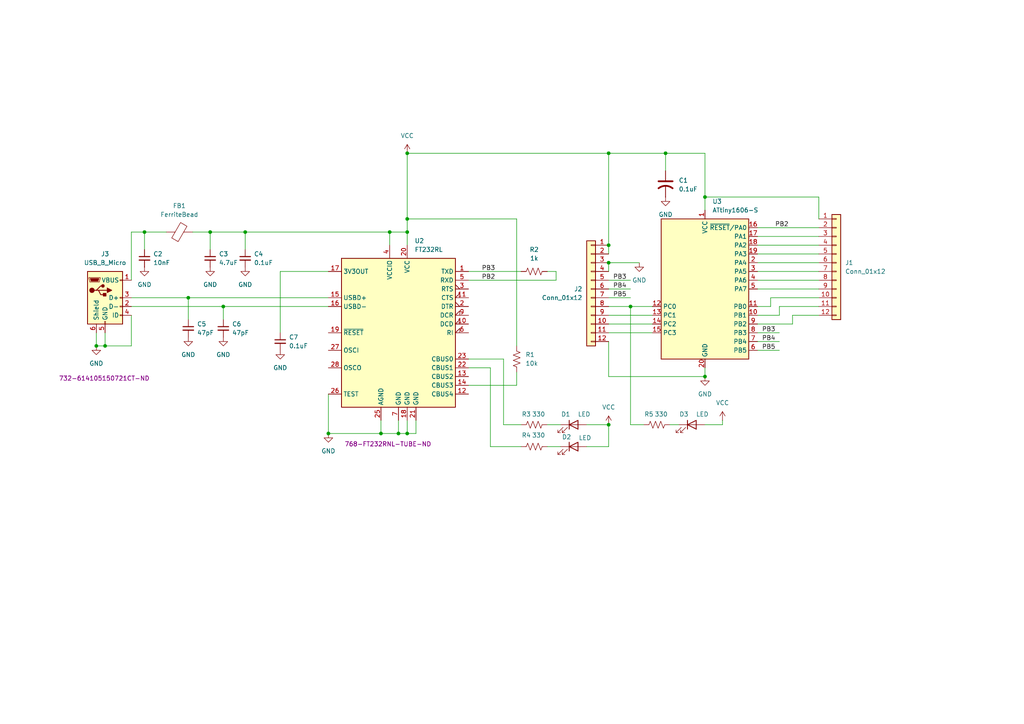
<source format=kicad_sch>
(kicad_sch (version 20250114) (generator "eeschema") (generator_version "9.0")
  (paper "A4")
  (lib_symbols
    (symbol "Connector:USB_B_Micro" (pin_names (offset 1.016))
      (property "Reference" "J" (at -5.08 11.43 0))
      (property "Value" "USB_B_Micro" (at -5.08 8.89 0))
      (symbol "USB_B_Micro_0_1"
        (rectangle (start -5.08 -7.62) (end 5.08 7.62) (stroke (width 0.254)) (fill (type background)))
        (polyline (pts (xy -4.699 5.842) (xy -4.699 5.588) (xy -4.445 4.826) (xy -4.445 4.572) (xy -1.651 4.572) (xy -1.651 4.826) (xy -1.397 5.588) (xy -1.397 5.842) (xy -4.699 5.842)))
        (polyline (pts (xy -4.318 5.588) (xy -1.778 5.588) (xy -2.032 4.826) (xy -4.064 4.826) (xy -4.318 5.588)) (fill (type outline)))
        (circle (center -3.81 2.159) (radius 0.635) (stroke (width 0.254)) (fill (type outline)))
        (polyline (pts (xy -3.175 2.159) (xy -2.54 2.159) (xy -1.27 3.429) (xy -0.635 3.429)) (stroke (width 0.254)))
        (polyline (pts (xy -2.54 2.159) (xy -1.905 2.159) (xy -1.27 0.889) (xy 0 0.889)) (stroke (width 0.254)))
        (polyline (pts (xy -1.905 2.159) (xy 0.635 2.159)) (stroke (width 0.254)))
        (circle (center -0.635 3.429) (radius 0.381) (stroke (width 0.254)) (fill (type outline)))
        (rectangle (start -0.127 -7.62) (end 0.127 -6.858))
        (rectangle (start 0.254 1.27) (end -0.508 0.508) (stroke (width 0.254)) (fill (type outline)))
        (polyline (pts (xy 0.635 2.794) (xy 0.635 1.524) (xy 1.905 2.159) (xy 0.635 2.794)) (stroke (width 0.254)) (fill (type outline)))
        (rectangle (start 5.08 4.953) (end 4.318 5.207))
        (rectangle (start 5.08 -0.127) (end 4.318 0.127))
        (rectangle (start 5.08 -2.667) (end 4.318 -2.413))
        (rectangle (start 5.08 -5.207) (end 4.318 -4.953))
      )
      (symbol "USB_B_Micro_1_1"
        (pin passive line (at -2.54 -10.16 90) (length 2.54) (name "Shield") (number "6"))
        (pin power_out line (at 0 -10.16 90) (length 2.54) (name "GND") (number "5"))
        (pin power_out line (at 7.62 5.08 180) (length 2.54) (name "VBUS") (number "1"))
        (pin bidirectional line (at 7.62 0 180) (length 2.54) (name "D+") (number "3"))
        (pin bidirectional line (at 7.62 -2.54 180) (length 2.54) (name "D-") (number "2"))
        (pin passive line (at 7.62 -5.08 180) (length 2.54) (name "ID") (number "4"))
      )
    )
    (symbol "Connector_Generic:Conn_01x12" (pin_names (offset 1.016) (hide yes))
      (property "Reference" "J" (at 0 15.24 0))
      (property "Value" "Conn_01x12" (at 0 -17.78 0))
      (symbol "Conn_01x12_1_1"
        (rectangle (start -1.27 13.97) (end 1.27 -16.51) (stroke (width 0.254)) (fill (type background)))
        (rectangle (start -1.27 12.827) (end 0 12.573) (stroke (width 0.1524)))
        (rectangle (start -1.27 10.287) (end 0 10.033) (stroke (width 0.1524)))
        (rectangle (start -1.27 7.747) (end 0 7.493) (stroke (width 0.1524)))
        (rectangle (start -1.27 5.207) (end 0 4.953) (stroke (width 0.1524)))
        (rectangle (start -1.27 2.667) (end 0 2.413) (stroke (width 0.1524)))
        (rectangle (start -1.27 0.127) (end 0 -0.127) (stroke (width 0.1524)))
        (rectangle (start -1.27 -2.413) (end 0 -2.667) (stroke (width 0.1524)))
        (rectangle (start -1.27 -4.953) (end 0 -5.207) (stroke (width 0.1524)))
        (rectangle (start -1.27 -7.493) (end 0 -7.747) (stroke (width 0.1524)))
        (rectangle (start -1.27 -10.033) (end 0 -10.287) (stroke (width 0.1524)))
        (rectangle (start -1.27 -12.573) (end 0 -12.827) (stroke (width 0.1524)))
        (rectangle (start -1.27 -15.113) (end 0 -15.367) (stroke (width 0.1524)))
        (pin passive line (at -5.08 12.7 0) (length 3.81) (name "Pin_1") (number "1"))
        (pin passive line (at -5.08 10.16 0) (length 3.81) (name "Pin_2") (number "2"))
        (pin passive line (at -5.08 7.62 0) (length 3.81) (name "Pin_3") (number "3"))
        (pin passive line (at -5.08 5.08 0) (length 3.81) (name "Pin_4") (number "4"))
        (pin passive line (at -5.08 2.54 0) (length 3.81) (name "Pin_5") (number "5"))
        (pin passive line (at -5.08 0 0) (length 3.81) (name "Pin_6") (number "6"))
        (pin passive line (at -5.08 -2.54 0) (length 3.81) (name "Pin_7") (number "7"))
        (pin passive line (at -5.08 -5.08 0) (length 3.81) (name "Pin_8") (number "8"))
        (pin passive line (at -5.08 -7.62 0) (length 3.81) (name "Pin_9") (number "9"))
        (pin passive line (at -5.08 -10.16 0) (length 3.81) (name "Pin_10") (number "10"))
        (pin passive line (at -5.08 -12.7 0) (length 3.81) (name "Pin_11") (number "11"))
        (pin passive line (at -5.08 -15.24 0) (length 3.81) (name "Pin_12") (number "12"))
      )
    )
    (symbol "Device:C_Small" (pin_numbers (hide yes)) (pin_names (offset 0.254) (hide yes))
      (property "Reference" "C" (at 0.254 1.778 0))
      (property "Value" "C_Small" (at 0.254 -2.032 0))
      (symbol "C_Small_0_1"
        (polyline (pts (xy -1.524 0.508) (xy 1.524 0.508)) (stroke (width 0.3048)))
        (polyline (pts (xy -1.524 -0.508) (xy 1.524 -0.508)) (stroke (width 0.3302)))
      )
      (symbol "C_Small_1_1"
        (pin passive line (at 0 2.54 270) (length 2.032) (name "~") (number "1"))
        (pin passive line (at 0 -2.54 90) (length 2.032) (name "~") (number "2"))
      )
    )
    (symbol "Device:C_US" (pin_numbers (hide yes)) (pin_names (offset 0.254) (hide yes))
      (property "Reference" "C" (at 0.635 2.54 0))
      (property "Value" "C_US" (at 0.635 -2.54 0))
      (symbol "C_US_0_1"
        (polyline (pts (xy -2.032 0.762) (xy 2.032 0.762)) (stroke (width 0.508)))
        (arc (start -2.032 -1.27) (mid 0 -0.5572) (end 2.032 -1.27) (stroke (width 0.508)))
      )
      (symbol "C_US_1_1"
        (pin passive line (at 0 3.81 270) (length 2.794) (name "~") (number "1"))
        (pin passive line (at 0 -3.81 90) (length 3.302) (name "~") (number "2"))
      )
    )
    (symbol "Device:FerriteBead" (pin_numbers (hide yes)) (pin_names (offset 0))
      (property "Reference" "FB" (at -3.81 0.635 90))
      (property "Value" "FerriteBead" (at 3.81 0 90))
      (symbol "FerriteBead_0_1"
        (polyline (pts (xy -2.7686 0.4064) (xy -1.7018 2.2606) (xy 2.7686 -0.3048) (xy 1.6764 -2.159) (xy -2.7686 0.4064)))
        (polyline (pts (xy 0 1.27) (xy 0 1.2954)))
        (polyline (pts (xy 0 -1.27) (xy 0 -1.2192)))
      )
      (symbol "FerriteBead_1_1"
        (pin passive line (at 0 3.81 270) (length 2.54) (name "~") (number "1"))
        (pin passive line (at 0 -3.81 90) (length 2.54) (name "~") (number "2"))
      )
    )
    (symbol "Device:LED" (pin_numbers (hide yes)) (pin_names (offset 1.016) (hide yes))
      (property "Reference" "D" (at 0 2.54 0))
      (property "Value" "LED" (at 0 -2.54 0))
      (symbol "LED_0_1"
        (polyline (pts (xy -3.048 -0.762) (xy -4.572 -2.286) (xy -3.81 -2.286) (xy -4.572 -2.286) (xy -4.572 -1.524)))
        (polyline (pts (xy -1.778 -0.762) (xy -3.302 -2.286) (xy -2.54 -2.286) (xy -3.302 -2.286) (xy -3.302 -1.524)))
        (polyline (pts (xy -1.27 0) (xy 1.27 0)))
        (polyline (pts (xy -1.27 -1.27) (xy -1.27 1.27)) (stroke (width 0.254)))
        (polyline (pts (xy 1.27 -1.27) (xy 1.27 1.27) (xy -1.27 0) (xy 1.27 -1.27)) (stroke (width 0.254)))
      )
      (symbol "LED_1_1"
        (pin passive line (at -3.81 0 0) (length 2.54) (name "K") (number "1"))
        (pin passive line (at 3.81 0 180) (length 2.54) (name "A") (number "2"))
      )
    )
    (symbol "Device:R_US" (pin_numbers (hide yes)) (pin_names (offset 0))
      (property "Reference" "R" (at 2.54 0 90))
      (property "Value" "R_US" (at -2.54 0 90))
      (symbol "R_US_0_1"
        (polyline (pts (xy 0 2.286) (xy 0 2.54)))
        (polyline (pts (xy 0 2.286) (xy 1.016 1.905) (xy 0 1.524) (xy -1.016 1.143) (xy 0 0.762)))
        (polyline (pts (xy 0 0.762) (xy 1.016 0.381) (xy 0 0) (xy -1.016 -0.381) (xy 0 -0.762)))
        (polyline (pts (xy 0 -0.762) (xy 1.016 -1.143) (xy 0 -1.524) (xy -1.016 -1.905) (xy 0 -2.286)))
        (polyline (pts (xy 0 -2.286) (xy 0 -2.54)))
      )
      (symbol "R_US_1_1"
        (pin passive line (at 0 3.81 270) (length 1.27) (name "~") (number "1"))
        (pin passive line (at 0 -3.81 90) (length 1.27) (name "~") (number "2"))
      )
    )
    (symbol "Interface_USB:FT232RL"
      (property "Reference" "U" (at -16.51 22.86 0))
      (property "Value" "FT232RL" (at 10.16 22.86 0))
      (symbol "FT232RL_0_1"
        (rectangle (start -16.51 21.59) (end 16.51 -21.59) (stroke (width 0.254)) (fill (type background)))
      )
      (symbol "FT232RL_1_1"
        (pin power_out line (at -20.32 17.78 0) (length 3.81) (name "3V3OUT") (number "17"))
        (pin bidirectional line (at -20.32 10.16 0) (length 3.81) (name "USBD+") (number "15"))
        (pin bidirectional line (at -20.32 7.62 0) (length 3.81) (name "USBD-") (number "16"))
        (pin input line (at -20.32 0 0) (length 3.81) (name "~{RESET}") (number "19"))
        (pin input line (at -20.32 -5.08 0) (length 3.81) (name "OSCI") (number "27"))
        (pin output line (at -20.32 -10.16 0) (length 3.81) (name "OSCO") (number "28"))
        (pin input line (at -20.32 -17.78 0) (length 3.81) (name "TEST") (number "26"))
        (pin power_in line (at -5.08 -25.4 90) (length 3.81) (name "AGND") (number "25"))
        (pin power_in line (at -2.54 25.4 270) (length 3.81) (name "VCCIO") (number "4"))
        (pin power_in line (at 0 -25.4 90) (length 3.81) (name "GND") (number "7"))
        (pin power_in line (at 2.54 25.4 270) (length 3.81) (name "VCC") (number "20"))
        (pin power_in line (at 2.54 -25.4 90) (length 3.81) (name "GND") (number "18"))
        (pin power_in line (at 5.08 -25.4 90) (length 3.81) (name "GND") (number "21"))
        (pin output line (at 20.32 17.78 180) (length 3.81) (name "TXD") (number "1"))
        (pin input line (at 20.32 15.24 180) (length 3.81) (name "RXD") (number "5"))
        (pin output output_low (at 20.32 12.7 180) (length 3.81) (name "RTS") (number "3"))
        (pin input input_low (at 20.32 10.16 180) (length 3.81) (name "CTS") (number "11"))
        (pin output output_low (at 20.32 7.62 180) (length 3.81) (name "DTR") (number "2"))
        (pin input input_low (at 20.32 5.08 180) (length 3.81) (name "DCR") (number "9"))
        (pin input input_low (at 20.32 2.54 180) (length 3.81) (name "DCD") (number "10"))
        (pin input input_low (at 20.32 0 180) (length 3.81) (name "RI") (number "6"))
        (pin bidirectional line (at 20.32 -7.62 180) (length 3.81) (name "CBUS0") (number "23"))
        (pin bidirectional line (at 20.32 -10.16 180) (length 3.81) (name "CBUS1") (number "22"))
        (pin bidirectional line (at 20.32 -12.7 180) (length 3.81) (name "CBUS2") (number "13"))
        (pin bidirectional line (at 20.32 -15.24 180) (length 3.81) (name "CBUS3") (number "14"))
        (pin bidirectional line (at 20.32 -17.78 180) (length 3.81) (name "CBUS4") (number "12"))
      )
    )
    (symbol "MCU_Microchip_ATtiny:ATtiny1606-S"
      (property "Reference" "U" (at -12.7 21.59 0))
      (property "Value" "ATtiny1606-S" (at 2.54 -21.59 0))
      (symbol "ATtiny1606-S_0_1"
        (rectangle (start -12.7 -20.32) (end 12.7 20.32) (stroke (width 0.254)) (fill (type background)))
      )
      (symbol "ATtiny1606-S_1_1"
        (pin bidirectional line (at -15.24 -5.08 0) (length 2.54) (name "PC0") (number "12"))
        (pin bidirectional line (at -15.24 -7.62 0) (length 2.54) (name "PC1") (number "13"))
        (pin bidirectional line (at -15.24 -10.16 0) (length 2.54) (name "PC2") (number "14"))
        (pin bidirectional line (at -15.24 -12.7 0) (length 2.54) (name "PC3") (number "15"))
        (pin power_in line (at 0 22.86 270) (length 2.54) (name "VCC") (number "1"))
        (pin power_in line (at 0 -22.86 90) (length 2.54) (name "GND") (number "20"))
        (pin bidirectional line (at 15.24 17.78 180) (length 2.54) (name "~{RESET}/PA0") (number "16"))
        (pin bidirectional line (at 15.24 15.24 180) (length 2.54) (name "PA1") (number "17"))
        (pin bidirectional line (at 15.24 12.7 180) (length 2.54) (name "PA2") (number "18"))
        (pin bidirectional line (at 15.24 10.16 180) (length 2.54) (name "PA3") (number "19"))
        (pin bidirectional line (at 15.24 7.62 180) (length 2.54) (name "PA4") (number "2"))
        (pin bidirectional line (at 15.24 5.08 180) (length 2.54) (name "PA5") (number "3"))
        (pin bidirectional line (at 15.24 2.54 180) (length 2.54) (name "PA6") (number "4"))
        (pin bidirectional line (at 15.24 0 180) (length 2.54) (name "PA7") (number "5"))
        (pin bidirectional line (at 15.24 -5.08 180) (length 2.54) (name "PB0") (number "11"))
        (pin bidirectional line (at 15.24 -7.62 180) (length 2.54) (name "PB1") (number "10"))
        (pin bidirectional line (at 15.24 -10.16 180) (length 2.54) (name "PB2") (number "9"))
        (pin bidirectional line (at 15.24 -12.7 180) (length 2.54) (name "PB3") (number "8"))
        (pin bidirectional line (at 15.24 -15.24 180) (length 2.54) (name "PB4") (number "7"))
        (pin bidirectional line (at 15.24 -17.78 180) (length 2.54) (name "PB5") (number "6"))
      )
    )
    (symbol "power:GND" (power) (pin_numbers (hide yes)) (pin_names (offset 0) (hide yes))
      (property "Value" "GND" (at 0 -3.81 0))
      (symbol "GND_0_1"
        (polyline (pts (xy 0 0) (xy 0 -1.27) (xy 1.27 -1.27) (xy 0 -2.54) (xy -1.27 -1.27) (xy 0 -1.27)))
      )
      (symbol "GND_1_1"
        (pin power_in line (at 0 0 270) (length 0) (name "~") (number "1"))
      )
    )
    (symbol "power:VCC" (power) (pin_numbers (hide yes)) (pin_names (offset 0) (hide yes))
      (property "Value" "VCC" (at 0 3.556 0))
      (symbol "VCC_0_1"
        (polyline (pts (xy -0.762 1.27) (xy 0 2.54)))
        (polyline (pts (xy 0 2.54) (xy 0.762 1.27)))
        (polyline (pts (xy 0 0) (xy 0 2.54)))
      )
      (symbol "VCC_1_1"
        (pin power_in line (at 0 0 90) (length 0) (name "~") (number "1"))
      )
    )
  )
  (junction (at 64.77 88.9))
  (junction (at 193.04 44.45))
  (junction (at 204.47 57.15))
  (junction (at 118.11 125.73))
  (junction (at 27.94 100.33))
  (junction (at 176.53 71.12))
  (junction (at 41.91 67.31))
  (junction (at 118.11 67.31))
  (junction (at 115.57 125.73))
  (junction (at 176.53 44.45))
  (junction (at 60.96 67.31))
  (junction (at 54.61 86.36))
  (junction (at 176.53 76.2))
  (junction (at 113.03 67.31))
  (junction (at 118.11 63.5))
  (junction (at 118.11 44.45))
  (junction (at 182.88 88.9))
  (junction (at 204.47 109.22))
  (junction (at 71.12 67.31))
  (junction (at 95.25 125.73))
  (junction (at 110.49 125.73))
  (junction (at 30.48 100.33))
  (junction (at 176.53 123.19))
  (wire (pts (xy 54.61 86.36) (xy 95.25 86.36)))
  (wire (pts (xy 81.28 96.52) (xy 81.28 78.74)))
  (wire (pts (xy 219.71 93.98) (xy 229.87 93.98)))
  (wire (pts (xy 170.18 129.54) (xy 176.53 129.54)))
  (wire (pts (xy 118.11 121.92) (xy 118.11 125.73)))
  (wire (pts (xy 113.03 67.31) (xy 113.03 71.12)))
  (wire (pts (xy 115.57 125.73) (xy 118.11 125.73)))
  (wire (pts (xy 55.88 67.31) (xy 60.96 67.31)))
  (wire (pts (xy 95.25 114.3) (xy 95.25 125.73)))
  (wire (pts (xy 219.71 88.9) (xy 223.52 88.9)))
  (wire (pts (xy 113.03 67.31) (xy 118.11 67.31)))
  (wire (pts (xy 161.29 78.74) (xy 161.29 81.28)))
  (wire (pts (xy 120.65 125.73) (xy 120.65 121.92)))
  (wire (pts (xy 38.1 100.33) (xy 30.48 100.33)))
  (wire (pts (xy 158.75 129.54) (xy 162.56 129.54)))
  (wire (pts (xy 64.77 88.9) (xy 64.77 92.71)))
  (wire (pts (xy 71.12 67.31) (xy 113.03 67.31)))
  (wire (pts (xy 176.53 71.12) (xy 176.53 44.45)))
  (wire (pts (xy 27.94 100.33) (xy 30.48 100.33)))
  (wire (pts (xy 176.53 44.45) (xy 193.04 44.45)))
  (wire (pts (xy 209.55 121.92) (xy 209.55 123.19)))
  (wire (pts (xy 60.96 67.31) (xy 60.96 72.39)))
  (wire (pts (xy 176.53 73.66) (xy 176.53 71.12)))
  (wire (pts (xy 41.91 72.39) (xy 41.91 67.31)))
  (wire (pts (xy 226.06 88.9) (xy 237.49 88.9)))
  (wire (pts (xy 118.11 63.5) (xy 118.11 67.31)))
  (wire (pts (xy 204.47 44.45) (xy 204.47 57.15)))
  (wire (pts (xy 194.31 123.19) (xy 196.85 123.19)))
  (wire (pts (xy 219.71 78.74) (xy 237.49 78.74)))
  (wire (pts (xy 204.47 123.19) (xy 209.55 123.19)))
  (wire (pts (xy 176.53 88.9) (xy 182.88 88.9)))
  (wire (pts (xy 142.24 129.54) (xy 151.13 129.54)))
  (wire (pts (xy 219.71 101.6) (xy 226.06 101.6)))
  (wire (pts (xy 135.89 104.14) (xy 146.05 104.14)))
  (wire (pts (xy 186.69 123.19) (xy 182.88 123.19)))
  (wire (pts (xy 204.47 109.22) (xy 204.47 106.68)))
  (wire (pts (xy 118.11 125.73) (xy 120.65 125.73)))
  (wire (pts (xy 27.94 96.52) (xy 27.94 100.33)))
  (wire (pts (xy 149.86 107.95) (xy 149.86 111.76)))
  (wire (pts (xy 176.53 96.52) (xy 189.23 96.52)))
  (wire (pts (xy 176.53 81.28) (xy 182.88 81.28)))
  (wire (pts (xy 95.25 125.73) (xy 110.49 125.73)))
  (wire (pts (xy 219.71 99.06) (xy 226.06 99.06)))
  (wire (pts (xy 135.89 81.28) (xy 161.29 81.28)))
  (wire (pts (xy 176.53 76.2) (xy 185.42 76.2)))
  (wire (pts (xy 176.53 83.82) (xy 182.88 83.82)))
  (wire (pts (xy 182.88 123.19) (xy 182.88 88.9)))
  (wire (pts (xy 219.71 96.52) (xy 226.06 96.52)))
  (wire (pts (xy 135.89 78.74) (xy 151.13 78.74)))
  (wire (pts (xy 219.71 81.28) (xy 237.49 81.28)))
  (wire (pts (xy 135.89 106.68) (xy 142.24 106.68)))
  (wire (pts (xy 110.49 121.92) (xy 110.49 125.73)))
  (wire (pts (xy 71.12 67.31) (xy 71.12 72.39)))
  (wire (pts (xy 41.91 67.31) (xy 48.26 67.31)))
  (wire (pts (xy 226.06 91.44) (xy 226.06 88.9)))
  (wire (pts (xy 237.49 57.15) (xy 237.49 63.5)))
  (wire (pts (xy 146.05 123.19) (xy 151.13 123.19)))
  (wire (pts (xy 38.1 67.31) (xy 41.91 67.31)))
  (wire (pts (xy 176.53 93.98) (xy 189.23 93.98)))
  (wire (pts (xy 38.1 88.9) (xy 64.77 88.9)))
  (wire (pts (xy 219.71 66.04) (xy 237.49 66.04)))
  (wire (pts (xy 219.71 91.44) (xy 226.06 91.44)))
  (wire (pts (xy 176.53 123.19) (xy 170.18 123.19)))
  (wire (pts (xy 110.49 125.73) (xy 115.57 125.73)))
  (wire (pts (xy 176.53 91.44) (xy 189.23 91.44)))
  (wire (pts (xy 146.05 104.14) (xy 146.05 123.19)))
  (wire (pts (xy 38.1 81.28) (xy 38.1 67.31)))
  (wire (pts (xy 229.87 93.98) (xy 229.87 91.44)))
  (wire (pts (xy 115.57 121.92) (xy 115.57 125.73)))
  (wire (pts (xy 176.53 86.36) (xy 182.88 86.36)))
  (wire (pts (xy 135.89 111.76) (xy 149.86 111.76)))
  (wire (pts (xy 149.86 100.33) (xy 149.86 63.5)))
  (wire (pts (xy 64.77 88.9) (xy 95.25 88.9)))
  (wire (pts (xy 38.1 86.36) (xy 54.61 86.36)))
  (wire (pts (xy 193.04 44.45) (xy 204.47 44.45)))
  (wire (pts (xy 176.53 99.06) (xy 176.53 109.22)))
  (wire (pts (xy 54.61 86.36) (xy 54.61 92.71)))
  (wire (pts (xy 219.71 71.12) (xy 237.49 71.12)))
  (wire (pts (xy 193.04 49.53) (xy 193.04 44.45)))
  (wire (pts (xy 176.53 109.22) (xy 204.47 109.22)))
  (wire (pts (xy 158.75 78.74) (xy 161.29 78.74)))
  (wire (pts (xy 229.87 91.44) (xy 237.49 91.44)))
  (wire (pts (xy 60.96 67.31) (xy 71.12 67.31)))
  (wire (pts (xy 176.53 78.74) (xy 176.53 76.2)))
  (wire (pts (xy 81.28 78.74) (xy 95.25 78.74)))
  (wire (pts (xy 158.75 123.19) (xy 162.56 123.19)))
  (wire (pts (xy 219.71 76.2) (xy 237.49 76.2)))
  (wire (pts (xy 223.52 88.9) (xy 223.52 86.36)))
  (wire (pts (xy 219.71 68.58) (xy 237.49 68.58)))
  (wire (pts (xy 118.11 44.45) (xy 118.11 63.5)))
  (wire (pts (xy 142.24 106.68) (xy 142.24 129.54)))
  (wire (pts (xy 118.11 71.12) (xy 118.11 67.31)))
  (wire (pts (xy 219.71 83.82) (xy 237.49 83.82)))
  (wire (pts (xy 30.48 100.33) (xy 30.48 96.52)))
  (wire (pts (xy 204.47 57.15) (xy 204.47 60.96)))
  (wire (pts (xy 237.49 57.15) (xy 204.47 57.15)))
  (wire (pts (xy 176.53 129.54) (xy 176.53 123.19)))
  (wire (pts (xy 182.88 88.9) (xy 189.23 88.9)))
  (wire (pts (xy 149.86 63.5) (xy 118.11 63.5)))
  (wire (pts (xy 176.53 44.45) (xy 118.11 44.45)))
  (wire (pts (xy 223.52 86.36) (xy 237.49 86.36)))
  (wire (pts (xy 38.1 91.44) (xy 38.1 100.33)))
  (wire (pts (xy 219.71 73.66) (xy 237.49 73.66)))
  (label "PB4" (at 177.8 83.82 0))
  (label "PB4" (at 220.98 99.06 0))
  (label "PB5" (at 177.8 86.36 0))
  (label "PB2" (at 224.79 66.04 0))
  (label "PB5" (at 220.98 101.6 0))
  (label "PB3" (at 139.7 78.74 0))
  (label "PB3" (at 177.8 81.28 0))
  (label "PB2" (at 139.7 81.28 0))
  (label "PB3" (at 220.98 96.52 0))
  (symbol (lib_id "Connector_Generic:Conn_01x12") (at 171.45 83.82 0) (mirror y) (unit 1)
    (property "Reference" "J2" (at 168.91 83.8199 0) (effects (justify left)))
    (property "Value" "Conn_01x12" (at 168.91 86.3599 0) (effects (justify left)))
    (property "Footprint" "Connector_PinHeader_2.54mm:PinHeader_1x12_P2.54mm_Vertical" (effects (hide yes)))
    (property "Description" "Generic connector, single row, 01x12, script generated (kicad-library-utils/schlib/autogen/connector/)" (effects (hide yes)))
  )
  (symbol (lib_id "Device:C_Small") (at 60.96 74.93 0) (unit 1)
    (property "Reference" "C3" (at 63.5 73.6662 0) (effects (justify left)))
    (property "Value" "4.7uF" (at 63.5 76.2062 0) (effects (justify left)))
    (property "Footprint" "Capacitor_SMD:C_0603_1608Metric_Pad1.08x0.95mm_HandSolder" (effects (hide yes)))
    (property "Description" "Unpolarized capacitor, small symbol" (effects (hide yes)))
  )
  (symbol (lib_id "Device:FerriteBead") (at 52.07 67.31 90) (unit 1)
    (property "Reference" "FB1" (at 52.0192 59.69 90))
    (property "Value" "FerriteBead" (at 52.0192 62.23 90))
    (property "Footprint" "Inductor_SMD:L_0603_1608Metric_Pad1.05x0.95mm_HandSolder" (effects (hide yes)))
    (property "Description" "Ferrite bead" (effects (hide yes)))
  )
  (symbol (lib_id "Device:R_US") (at 190.5 123.19 90) (unit 1)
    (property "Reference" "R5" (at 188.214 120.142 90))
    (property "Value" "330" (at 191.77 120.142 90))
    (property "Footprint" "Resistor_SMD:R_0603_1608Metric_Pad0.98x0.95mm_HandSolder" (effects (hide yes)))
    (property "Description" "Resistor, US symbol" (effects (hide yes)))
  )
  (symbol (lib_id "Device:C_Small") (at 64.77 95.25 0) (unit 1)
    (property "Reference" "C6" (at 67.31 93.9862 0) (effects (justify left)))
    (property "Value" "47pF" (at 67.31 96.5262 0) (effects (justify left)))
    (property "Footprint" "Capacitor_SMD:C_0603_1608Metric_Pad1.08x0.95mm_HandSolder" (effects (hide yes)))
    (property "Description" "Unpolarized capacitor, small symbol" (effects (hide yes)))
  )
  (symbol (lib_id "power:VCC") (at 118.11 44.45 0) (unit 1)
    (property "Reference" "#PWR012" (effects (hide yes)))
    (property "Value" "VCC" (at 118.11 39.37 0))
    (property "Description" "Power symbol creates a global label with name \"VCC\"" (effects (hide yes)))
  )
  (symbol (lib_id "power:GND") (at 60.96 77.47 0) (unit 1)
    (property "Reference" "#PWR07" (effects (hide yes)))
    (property "Value" "GND" (at 60.96 82.55 0))
    (property "Description" "Power symbol creates a global label with name \"GND\" , ground" (effects (hide yes)))
  )
  (symbol (lib_id "Device:R_US") (at 154.94 129.54 90) (unit 1)
    (property "Reference" "R4" (at 152.654 126.238 90))
    (property "Value" "330" (at 156.21 126.238 90))
    (property "Footprint" "Resistor_SMD:R_0603_1608Metric_Pad0.98x0.95mm_HandSolder" (effects (hide yes)))
    (property "Description" "Resistor, US symbol" (effects (hide yes)))
  )
  (symbol (lib_id "Device:C_Small") (at 71.12 74.93 0) (unit 1)
    (property "Reference" "C4" (at 73.66 73.6662 0) (effects (justify left)))
    (property "Value" "0.1uF" (at 73.66 76.2062 0) (effects (justify left)))
    (property "Footprint" "Capacitor_SMD:C_0603_1608Metric_Pad1.08x0.95mm_HandSolder" (effects (hide yes)))
    (property "Description" "Unpolarized capacitor, small symbol" (effects (hide yes)))
  )
  (symbol (lib_id "power:GND") (at 204.47 109.22 0) (unit 1)
    (property "Reference" "#PWR01" (effects (hide yes)))
    (property "Value" "GND" (at 204.47 114.3 0))
    (property "Description" "Power symbol creates a global label with name \"GND\" , ground" (effects (hide yes)))
  )
  (symbol (lib_id "Device:C_US") (at 193.04 53.34 0) (unit 1)
    (property "Reference" "C1" (at 196.85 52.3239 0) (effects (justify left)))
    (property "Value" "0.1uF" (at 196.85 54.8639 0) (effects (justify left)))
    (property "Footprint" "Capacitor_SMD:C_0603_1608Metric_Pad1.08x0.95mm_HandSolder" (effects (hide yes)))
    (property "Description" "capacitor, US symbol" (effects (hide yes)))
  )
  (symbol (lib_id "Device:C_Small") (at 54.61 95.25 0) (unit 1)
    (property "Reference" "C5" (at 57.15 93.9862 0) (effects (justify left)))
    (property "Value" "47pF" (at 57.15 96.5262 0) (effects (justify left)))
    (property "Footprint" "Capacitor_SMD:C_0603_1608Metric_Pad1.08x0.95mm_HandSolder" (effects (hide yes)))
    (property "Description" "Unpolarized capacitor, small symbol" (effects (hide yes)))
  )
  (symbol (lib_id "Device:R_US") (at 154.94 123.19 90) (unit 1)
    (property "Reference" "R3" (at 152.654 120.142 90))
    (property "Value" "330" (at 156.21 120.142 90))
    (property "Footprint" "Resistor_SMD:R_0603_1608Metric_Pad0.98x0.95mm_HandSolder" (effects (hide yes)))
    (property "Description" "Resistor, US symbol" (effects (hide yes)))
  )
  (symbol (lib_id "power:GND") (at 27.94 100.33 0) (unit 1)
    (property "Reference" "#PWR09" (effects (hide yes)))
    (property "Value" "GND" (at 27.94 105.41 0))
    (property "Description" "Power symbol creates a global label with name \"GND\" , ground" (effects (hide yes)))
  )
  (symbol (lib_id "power:GND") (at 193.04 57.15 0) (unit 1)
    (property "Reference" "#PWR02" (effects (hide yes)))
    (property "Value" "GND" (at 193.04 62.23 0))
    (property "Description" "Power symbol creates a global label with name \"GND\" , ground" (effects (hide yes)))
  )
  (symbol (lib_id "Device:R_US") (at 154.94 78.74 90) (unit 1)
    (property "Reference" "R2" (at 154.94 72.39 90))
    (property "Value" "1k" (at 154.94 74.93 90))
    (property "Footprint" "Resistor_SMD:R_0603_1608Metric_Pad0.98x0.95mm_HandSolder" (effects (hide yes)))
    (property "Description" "Resistor, US symbol" (effects (hide yes)))
  )
  (symbol (lib_id "Device:LED") (at 166.37 123.19 0) (unit 1)
    (property "Reference" "D1" (at 164.084 120.142 0))
    (property "Value" "LED" (at 169.418 120.142 0))
    (property "Footprint" "LED_SMD:LED_0603_1608Metric_Pad1.05x0.95mm_HandSolder" (effects (hide yes)))
    (property "Description" "Light emitting diode" (effects (hide yes)))
    (property "Sim.Pins" "1=K 2=A" (effects (hide yes)))
  )
  (symbol (lib_id "Device:LED") (at 200.66 123.19 0) (unit 1)
    (property "Reference" "D3" (at 198.374 120.142 0))
    (property "Value" "LED" (at 203.708 120.142 0))
    (property "Footprint" "LED_SMD:LED_0603_1608Metric_Pad1.05x0.95mm_HandSolder" (effects (hide yes)))
    (property "Description" "Light emitting diode" (effects (hide yes)))
    (property "Sim.Pins" "1=K 2=A" (effects (hide yes)))
  )
  (symbol (lib_id "Device:C_Small") (at 81.28 99.06 0) (unit 1)
    (property "Reference" "C7" (at 83.82 97.7962 0) (effects (justify left)))
    (property "Value" "0.1uF" (at 83.82 100.3362 0) (effects (justify left)))
    (property "Footprint" "Capacitor_SMD:C_0603_1608Metric_Pad1.08x0.95mm_HandSolder" (effects (hide yes)))
    (property "Description" "Unpolarized capacitor, small symbol" (effects (hide yes)))
  )
  (symbol (lib_id "power:GND") (at 81.28 101.6 0) (unit 1)
    (property "Reference" "#PWR010" (effects (hide yes)))
    (property "Value" "GND" (at 81.28 106.68 0))
    (property "Description" "Power symbol creates a global label with name \"GND\" , ground" (effects (hide yes)))
  )
  (symbol (lib_id "power:GND") (at 41.91 77.47 0) (unit 1)
    (property "Reference" "#PWR08" (effects (hide yes)))
    (property "Value" "GND" (at 41.91 82.55 0))
    (property "Description" "Power symbol creates a global label with name \"GND\" , ground" (effects (hide yes)))
  )
  (symbol (lib_id "power:VCC") (at 209.55 121.92 0) (unit 1)
    (property "Reference" "#PWR014" (effects (hide yes)))
    (property "Value" "VCC" (at 209.55 116.84 0))
    (property "Description" "Power symbol creates a global label with name \"VCC\"" (effects (hide yes)))
  )
  (symbol (lib_id "Connector_Generic:Conn_01x12") (at 242.57 76.2 0) (unit 1)
    (property "Reference" "J1" (at 245.11 76.1999 0) (effects (justify left)))
    (property "Value" "Conn_01x12" (at 245.11 78.7399 0) (effects (justify left)))
    (property "Footprint" "Connector_PinHeader_2.54mm:PinHeader_1x12_P2.54mm_Vertical" (effects (hide yes)))
    (property "Description" "Generic connector, single row, 01x12, script generated (kicad-library-utils/schlib/autogen/connector/)" (effects (hide yes)))
  )
  (symbol (lib_id "MCU_Microchip_ATtiny:ATtiny1606-S") (at 204.47 83.82 0) (unit 1)
    (property "Reference" "U3" (at 206.6133 58.42 0) (effects (justify left)))
    (property "Value" "ATtiny1606-S" (at 206.6133 60.96 0) (effects (justify left)))
    (property "Footprint" "Package_SO:SOIC-20W_7.5x12.8mm_P1.27mm" (effects (hide yes)))
    (property "Datasheet" "http://ww1.microchip.com/downloads/en/DeviceDoc/ATtiny806_1606_Data_Sheet_40002029A.pdf" (effects (hide yes)))
    (property "Description" "20MHz, 16kB Flash, 1kB SRAM, 256B EEPROM, SOIC-20" (effects (hide yes)))
  )
  (symbol (lib_id "Interface_USB:FT232RL") (at 115.57 96.52 0) (unit 1)
    (property "Reference" "U2" (at 120.2533 69.85 0) (effects (justify left)))
    (property "Value" "FT232RL" (at 120.2533 72.39 0) (effects (justify left)))
    (property "Footprint" "Package_SO:SSOP-28_5.3x10.2mm_P0.65mm" (effects (hide yes)))
    (property "Datasheet" "https://www.ftdichip.com/Support/Documents/DataSheets/ICs/DS_FT232R.pdf" (effects (hide yes)))
    (property "Description" "USB to Serial Interface, SSOP-28" (effects (hide yes)))
    (property "CatNo" "768-FT232RNL-TUBE-ND" (at 112.522 128.778 0))
    (property "MfgNo" "FT232RNL-TUBE" (effects (hide yes)))
  )
  (symbol (lib_id "Connector:USB_B_Micro") (at 30.48 86.36 0) (unit 1)
    (property "Reference" "J3" (at 30.48 73.66 0))
    (property "Value" "USB_B_Micro" (at 30.48 76.2 0))
    (property "Footprint" "Connector_USB:USB_Micro-B_Wuerth_614105150721_Vertical_CircularHoles" (effects (hide yes)))
    (property "Description" "USB Micro Type B connector" (effects (hide yes)))
    (property "CatNo" "732-614105150721CT-ND" (at 30.226 109.728 0))
    (property "MfgNo" "614105150721" (effects (hide yes)))
  )
  (symbol (lib_id "Device:R_US") (at 149.86 104.14 0) (unit 1)
    (property "Reference" "R1" (at 152.4 102.8699 0) (effects (justify left)))
    (property "Value" "10k" (at 152.4 105.4099 0) (effects (justify left)))
    (property "Footprint" "Resistor_SMD:R_0603_1608Metric_Pad0.98x0.95mm_HandSolder" (effects (hide yes)))
    (property "Description" "Resistor, US symbol" (effects (hide yes)))
  )
  (symbol (lib_id "power:GND") (at 95.25 125.73 0) (unit 1)
    (property "Reference" "#PWR011" (effects (hide yes)))
    (property "Value" "GND" (at 95.25 130.81 0))
    (property "Description" "Power symbol creates a global label with name \"GND\" , ground" (effects (hide yes)))
  )
  (symbol (lib_id "Device:C_Small") (at 41.91 74.93 0) (unit 1)
    (property "Reference" "C2" (at 44.45 73.6662 0) (effects (justify left)))
    (property "Value" "10nF" (at 44.45 76.2062 0) (effects (justify left)))
    (property "Footprint" "Capacitor_SMD:C_0603_1608Metric_Pad1.08x0.95mm_HandSolder" (effects (hide yes)))
    (property "Description" "Unpolarized capacitor, small symbol" (effects (hide yes)))
  )
  (symbol (lib_id "power:GND") (at 185.42 76.2 0) (unit 1)
    (property "Reference" "#PWR03" (effects (hide yes)))
    (property "Value" "GND" (at 185.42 81.28 0))
    (property "Description" "Power symbol creates a global label with name \"GND\" , ground" (effects (hide yes)))
  )
  (symbol (lib_id "power:GND") (at 71.12 77.47 0) (unit 1)
    (property "Reference" "#PWR06" (effects (hide yes)))
    (property "Value" "GND" (at 71.12 82.55 0))
    (property "Description" "Power symbol creates a global label with name \"GND\" , ground" (effects (hide yes)))
  )
  (symbol (lib_id "power:GND") (at 54.61 97.79 0) (unit 1)
    (property "Reference" "#PWR04" (effects (hide yes)))
    (property "Value" "GND" (at 54.61 102.87 0))
    (property "Description" "Power symbol creates a global label with name \"GND\" , ground" (effects (hide yes)))
  )
  (symbol (lib_id "Device:LED") (at 166.37 129.54 0) (unit 1)
    (property "Reference" "D2" (at 164.338 126.746 0))
    (property "Value" "LED" (at 169.672 127 0))
    (property "Footprint" "LED_SMD:LED_0603_1608Metric_Pad1.05x0.95mm_HandSolder" (effects (hide yes)))
    (property "Description" "Light emitting diode" (effects (hide yes)))
    (property "Sim.Pins" "1=K 2=A" (effects (hide yes)))
  )
  (symbol (lib_id "power:VCC") (at 176.53 123.19 0) (unit 1)
    (property "Reference" "#PWR013" (effects (hide yes)))
    (property "Value" "VCC" (at 176.53 118.11 0))
    (property "Description" "Power symbol creates a global label with name \"VCC\"" (effects (hide yes)))
  )
  (symbol (lib_id "power:GND") (at 64.77 97.79 0) (unit 1)
    (property "Reference" "#PWR05" (effects (hide yes)))
    (property "Value" "GND" (at 64.77 102.87 0))
    (property "Description" "Power symbol creates a global label with name \"GND\" , ground" (effects (hide yes)))
  )
)
</source>
